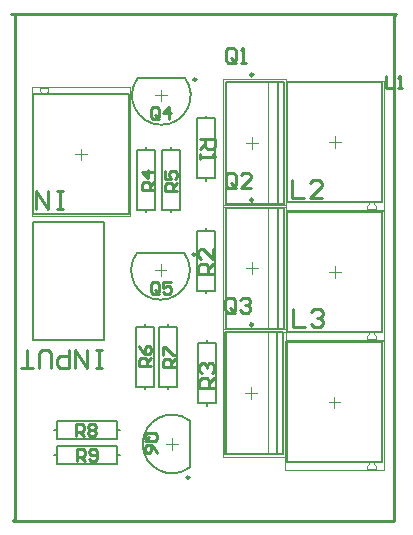
<source format=gto>
G04*
G04 #@! TF.GenerationSoftware,Altium Limited,Altium Designer,19.0.15 (446)*
G04*
G04 Layer_Color=65535*
%FSLAX44Y44*%
%MOMM*%
G71*
G01*
G75*
%ADD10C,0.2500*%
%ADD11C,0.2000*%
%ADD12C,0.2540*%
%ADD13C,0.1000*%
%ADD14C,0.0500*%
D10*
X349850Y286500D02*
G03*
X349850Y286500I-1250J0D01*
G01*
X350550Y434612D02*
G03*
X350550Y434612I-1250J0D01*
G01*
X344750Y97700D02*
G03*
X344750Y97700I-1250J0D01*
G01*
X398730Y438604D02*
G03*
X398730Y438604I-1250J0D01*
G01*
Y332686D02*
G03*
X398730Y332686I-1250J0D01*
G01*
X398476Y227022D02*
G03*
X398476Y227022I-1250J0D01*
G01*
D11*
X300500Y288000D02*
G03*
X340100Y288000I19800J-15000D01*
G01*
X301200Y436112D02*
G03*
X340800Y436112I19800J-15000D01*
G01*
X345000Y145800D02*
G03*
X345000Y106200I-15000J-19800D01*
G01*
X293397Y320313D02*
Y421912D01*
X212399Y320313D02*
Y421913D01*
X293398D01*
X212399Y320313D02*
X293397D01*
X359460Y211490D02*
Y213776D01*
Y158404D02*
Y160690D01*
Y211490D02*
X367080D01*
Y160690D02*
Y211490D01*
X351840Y160690D02*
X367080D01*
X351840D02*
Y211490D01*
X359460D01*
X427231Y220584D02*
Y322183D01*
X508230Y220583D02*
Y322183D01*
X427230Y220583D02*
X508230D01*
X427231Y322183D02*
X508230D01*
X427086Y110348D02*
Y211947D01*
X508085Y110347D02*
Y211947D01*
X427085Y110347D02*
X508085D01*
X427086Y211947D02*
X508085D01*
X427231Y330712D02*
Y432311D01*
X508230Y330711D02*
Y432311D01*
X427230Y330711D02*
X508230D01*
X427231Y432311D02*
X508230D01*
X300500Y288000D02*
X340100D01*
X307000Y174600D02*
X314620D01*
Y225400D01*
X299380D02*
X314620D01*
X299380Y174600D02*
Y225400D01*
Y174600D02*
X307000D01*
Y225400D02*
Y227686D01*
Y172314D02*
Y174600D01*
X212500Y314112D02*
X272500D01*
X212500Y214112D02*
Y314112D01*
Y214112D02*
X272500D01*
Y314112D01*
X327000Y225400D02*
Y227686D01*
Y172314D02*
Y174600D01*
Y225400D02*
X334620D01*
Y174600D02*
Y225400D01*
X319380Y174600D02*
X334620D01*
X319380D02*
Y225400D01*
X327000D01*
X308300Y322214D02*
Y324500D01*
Y375300D02*
Y377586D01*
X300680Y324500D02*
X308300D01*
X300680D02*
Y375300D01*
X315920D01*
Y324500D02*
Y375300D01*
X308300Y324500D02*
X315920D01*
X301200Y436112D02*
X340800D01*
X230314Y138000D02*
X232600D01*
X283400D02*
X285686D01*
X232600D02*
Y145620D01*
X283400D01*
Y130380D02*
Y145620D01*
X232600Y130380D02*
X283400D01*
X232600D02*
Y138000D01*
X345000Y106200D02*
Y145800D01*
X329000Y375300D02*
Y377586D01*
Y322214D02*
Y324500D01*
Y375300D02*
X336620D01*
Y324500D02*
Y375300D01*
X321380Y324500D02*
X336620D01*
X321380D02*
Y375300D01*
X329000D01*
X283400Y117000D02*
X285686D01*
X230314D02*
X232600D01*
X283400Y109380D02*
Y117000D01*
X232600Y109380D02*
X283400D01*
X232600D02*
Y124620D01*
X283400D01*
Y117000D02*
Y124620D01*
X359206Y306740D02*
Y309026D01*
Y253654D02*
Y255940D01*
Y306740D02*
X366826D01*
Y255940D02*
Y306740D01*
X351586Y255940D02*
X366826D01*
X351586D02*
Y306740D01*
X359206D01*
Y401736D02*
Y404022D01*
Y348650D02*
Y350936D01*
Y401736D02*
X366826D01*
Y350936D02*
Y401736D01*
X351586Y350936D02*
X366826D01*
X351586D02*
Y401736D01*
X359206D01*
X419430Y329104D02*
Y432104D01*
X424430Y329104D02*
Y432104D01*
X375430Y329104D02*
Y432104D01*
Y329104D02*
X424430D01*
X375430Y432104D02*
X424430D01*
X419430Y223186D02*
Y326186D01*
X424430Y223186D02*
Y326186D01*
X375430Y223186D02*
Y326186D01*
Y223186D02*
X424430D01*
X375430Y326186D02*
X424430D01*
X419176Y117522D02*
Y220522D01*
X424176Y117522D02*
Y220522D01*
X375176Y117522D02*
Y220522D01*
Y117522D02*
X424176D01*
X375176Y220522D02*
X424176D01*
D12*
X238000Y324765D02*
X232922D01*
X235461D01*
Y340000D01*
X238000D01*
X232922D01*
X225304D02*
Y324765D01*
X215147Y340000D01*
Y324765D01*
X432278Y240137D02*
Y224902D01*
X442435D01*
X447513Y237598D02*
X450052Y240137D01*
X455131D01*
X457670Y237598D01*
Y235059D01*
X455131Y232520D01*
X452591D01*
X455131D01*
X457670Y229980D01*
Y227441D01*
X455131Y224902D01*
X450052D01*
X447513Y227441D01*
X431516Y349865D02*
Y334630D01*
X441673D01*
X456908D02*
X446751D01*
X456908Y344787D01*
Y347326D01*
X454369Y349865D01*
X449290D01*
X446751Y347326D01*
X318771Y254693D02*
Y261464D01*
X317078Y263157D01*
X313693D01*
X312000Y261464D01*
Y254693D01*
X313693Y253000D01*
X317078D01*
X315386Y256386D02*
X318771Y253000D01*
X317078D02*
X318771Y254693D01*
X328928Y263157D02*
X322157D01*
Y258078D01*
X325542Y259771D01*
X327235D01*
X328928Y258078D01*
Y254693D01*
X327235Y253000D01*
X323849D01*
X322157Y254693D01*
X312334Y191872D02*
X302177D01*
Y196950D01*
X303870Y198643D01*
X307256D01*
X308948Y196950D01*
Y191872D01*
Y195258D02*
X312334Y198643D01*
X302177Y208800D02*
X303870Y205414D01*
X307256Y202029D01*
X310641D01*
X312334Y203722D01*
Y207107D01*
X310641Y208800D01*
X308948D01*
X307256Y207107D01*
Y202029D01*
X270909Y190330D02*
X265831D01*
X268370D01*
Y205565D01*
X270909D01*
X265831D01*
X258213D02*
Y190330D01*
X248056Y205565D01*
Y190330D01*
X242978Y205565D02*
Y190330D01*
X235361D01*
X232821Y192869D01*
Y197948D01*
X235361Y200487D01*
X242978D01*
X227743Y190330D02*
Y203026D01*
X225204Y205565D01*
X220125D01*
X217586Y203026D01*
Y190330D01*
X212508D02*
X202351D01*
X207430D01*
Y205565D01*
X332323Y191508D02*
X322167D01*
Y196586D01*
X323859Y198279D01*
X327245D01*
X328938Y196586D01*
Y191508D01*
Y194893D02*
X332323Y198279D01*
X322167Y201665D02*
Y208436D01*
X323859D01*
X330630Y201665D01*
X332323D01*
X249508Y111385D02*
Y121541D01*
X254586D01*
X256279Y119849D01*
Y116463D01*
X254586Y114770D01*
X249508D01*
X252894D02*
X256279Y111385D01*
X259665Y113077D02*
X261357Y111385D01*
X264743D01*
X266436Y113077D01*
Y119849D01*
X264743Y121541D01*
X261357D01*
X259665Y119849D01*
Y118156D01*
X261357Y116463D01*
X266436D01*
X333826Y340502D02*
X323669D01*
Y345580D01*
X325362Y347273D01*
X328748D01*
X330440Y345580D01*
Y340502D01*
Y343888D02*
X333826Y347273D01*
X323669Y357430D02*
Y350659D01*
X328748D01*
X327055Y354044D01*
Y355737D01*
X328748Y357430D01*
X332133D01*
X333826Y355737D01*
Y352351D01*
X332133Y350659D01*
X248746Y133160D02*
Y143317D01*
X253824D01*
X255517Y141624D01*
Y138238D01*
X253824Y136546D01*
X248746D01*
X252132D02*
X255517Y133160D01*
X258903Y141624D02*
X260595Y143317D01*
X263981D01*
X265674Y141624D01*
Y139931D01*
X263981Y138238D01*
X265674Y136546D01*
Y134853D01*
X263981Y133160D01*
X260595D01*
X258903Y134853D01*
Y136546D01*
X260595Y138238D01*
X258903Y139931D01*
Y141624D01*
X260595Y138238D02*
X263981D01*
X314396Y341010D02*
X304239D01*
Y346088D01*
X305932Y347781D01*
X309318D01*
X311010Y346088D01*
Y341010D01*
Y344396D02*
X314396Y347781D01*
Y356245D02*
X304239D01*
X309318Y351167D01*
Y357938D01*
X308528Y128210D02*
X315299D01*
X316992Y129903D01*
Y133288D01*
X315299Y134981D01*
X308528D01*
X306835Y133288D01*
Y129903D01*
X310220Y131595D02*
X306835Y128210D01*
Y129903D02*
X308528Y128210D01*
X316992Y118053D02*
X315299Y121439D01*
X311913Y124824D01*
X308528D01*
X306835Y123132D01*
Y119746D01*
X308528Y118053D01*
X310220D01*
X311913Y119746D01*
Y124824D01*
X318771Y402693D02*
Y409464D01*
X317078Y411157D01*
X313693D01*
X312000Y409464D01*
Y402693D01*
X313693Y401000D01*
X317078D01*
X315386Y404386D02*
X318771Y401000D01*
X317078D02*
X318771Y402693D01*
X327235Y401000D02*
Y411157D01*
X322157Y406078D01*
X328928D01*
X365810Y173390D02*
X353114D01*
Y179738D01*
X355230Y181854D01*
X359462D01*
X361578Y179738D01*
Y173390D01*
Y177622D02*
X365810Y181854D01*
X355230Y186086D02*
X353114Y188202D01*
Y192434D01*
X355230Y194550D01*
X357346D01*
X359462Y192434D01*
Y190318D01*
Y192434D01*
X361578Y194550D01*
X363694D01*
X365810Y192434D01*
Y188202D01*
X363694Y186086D01*
X365048Y270164D02*
X352352D01*
Y276512D01*
X354468Y278628D01*
X358700D01*
X360816Y276512D01*
Y270164D01*
Y274396D02*
X365048Y278628D01*
Y291324D02*
Y282860D01*
X356584Y291324D01*
X354468D01*
X352352Y289208D01*
Y284976D01*
X354468Y282860D01*
X353872Y384210D02*
X366568D01*
Y377862D01*
X364452Y375746D01*
X360220D01*
X358104Y377862D01*
Y384210D01*
Y379978D02*
X353872Y375746D01*
Y371514D02*
Y367282D01*
Y369398D01*
X366568D01*
X364452Y371514D01*
X383592Y239245D02*
Y247708D01*
X381476Y249825D01*
X377244D01*
X375128Y247708D01*
Y239245D01*
X377244Y237129D01*
X381476D01*
X379360Y241361D02*
X383592Y237129D01*
X381476D02*
X383592Y239245D01*
X387824Y247708D02*
X389940Y249825D01*
X394172D01*
X396288Y247708D01*
Y245593D01*
X394172Y243477D01*
X392056D01*
X394172D01*
X396288Y241361D01*
Y239245D01*
X394172Y237129D01*
X389940D01*
X387824Y239245D01*
X383846Y450842D02*
Y459306D01*
X381730Y461422D01*
X377498D01*
X375382Y459306D01*
Y450842D01*
X377498Y448726D01*
X381730D01*
X379614Y452958D02*
X383846Y448726D01*
X381730D02*
X383846Y450842D01*
X388078Y448726D02*
X392310D01*
X390194D01*
Y461422D01*
X388078Y459306D01*
X383846Y344947D02*
Y353411D01*
X381730Y355527D01*
X377498D01*
X375382Y353411D01*
Y344947D01*
X377498Y342831D01*
X381730D01*
X379614Y347063D02*
X383846Y342831D01*
X381730D02*
X383846Y344947D01*
X396542Y342831D02*
X388078D01*
X396542Y351295D01*
Y353411D01*
X394426Y355527D01*
X390194D01*
X388078Y353411D01*
X511359Y437260D02*
Y427103D01*
X518130D01*
X521516D02*
X524901D01*
X523208D01*
Y437260D01*
X521516Y435567D01*
X197000Y63000D02*
Y490000D01*
X195000Y61000D02*
X197000Y63000D01*
X195000Y61000D02*
X518000D01*
Y488000D01*
X520000Y490000D01*
X194000D02*
X520000D01*
D13*
X300500Y288000D02*
G03*
X340100Y288000I19800J-15000D01*
G01*
X301200Y436112D02*
G03*
X340800Y436112I19800J-15000D01*
G01*
X345000Y145800D02*
G03*
X345000Y106200I-15000J-19800D01*
G01*
X218130Y424982D02*
X219629Y423200D01*
Y421913D02*
Y423200D01*
X218130Y424984D02*
Y427612D01*
X293398Y320313D02*
Y421913D01*
X212399Y320313D02*
Y421913D01*
X293398D01*
X212399Y320313D02*
X293398D01*
X218130Y427612D02*
X225267D01*
X225268Y427611D01*
Y424984D02*
Y427613D01*
X223768Y421913D02*
Y423200D01*
X225270Y424982D01*
X501000Y219297D02*
X502499Y217514D01*
X501000Y219297D02*
Y220583D01*
X502499Y214884D02*
Y217512D01*
X427230Y220583D02*
Y322183D01*
X508230Y220583D02*
Y322183D01*
X427230Y220583D02*
X508230D01*
X427230Y322183D02*
X508230D01*
X495362Y214884D02*
X502499D01*
X495361Y214885D02*
X495362Y214884D01*
X495361Y214883D02*
Y217513D01*
X496861Y219297D02*
Y220583D01*
X495359Y217514D02*
X496861Y219297D01*
X500855Y109061D02*
X502354Y107278D01*
X500855Y109061D02*
Y110347D01*
X502354Y104648D02*
Y107276D01*
X427085Y110347D02*
Y211947D01*
X508085Y110347D02*
Y211947D01*
X427085Y110347D02*
X508085D01*
X427085Y211947D02*
X508085D01*
X495217Y104648D02*
X502354D01*
X495216Y104649D02*
X495217Y104648D01*
X495216Y104647D02*
Y107277D01*
X496716Y109061D02*
Y110347D01*
X495214Y107278D02*
X496716Y109061D01*
X501000Y329425D02*
X502499Y327642D01*
X501000Y329425D02*
Y330711D01*
X502499Y325012D02*
Y327640D01*
X427230Y330711D02*
Y432311D01*
X508230Y330711D02*
Y432311D01*
X427230Y330711D02*
X508230D01*
X427230Y432311D02*
X508230D01*
X495362Y325012D02*
X502499D01*
X495361Y325013D02*
X495362Y325012D01*
X495361Y325011D02*
Y327640D01*
X496861Y329425D02*
Y330711D01*
X495359Y327642D02*
X496861Y329425D01*
X300500Y288000D02*
X340100D01*
X301200Y436112D02*
X340800D01*
X345000Y106200D02*
Y145800D01*
X411680Y329104D02*
Y432104D01*
X375680Y329104D02*
X424180D01*
X375680Y432104D02*
X424180D01*
Y329104D02*
Y432104D01*
X375680Y329104D02*
Y432104D01*
X411680Y223186D02*
Y326186D01*
X375680Y223186D02*
X424180D01*
X375680Y326186D02*
X424180D01*
Y223186D02*
Y326186D01*
X375680Y223186D02*
Y326186D01*
X411426Y117522D02*
Y220522D01*
X375426Y117522D02*
X423926D01*
X375426Y220522D02*
X423926D01*
Y117522D02*
Y220522D01*
X375426Y117522D02*
Y220522D01*
X252900Y366112D02*
Y376112D01*
X247900Y371112D02*
X257900D01*
X467729Y266384D02*
Y276384D01*
X462729Y271384D02*
X472729D01*
X467584Y156148D02*
Y166148D01*
X462584Y161148D02*
X472584D01*
X467729Y376512D02*
Y386512D01*
X462729Y381512D02*
X472729D01*
X320300Y268000D02*
Y278000D01*
X315300Y273000D02*
X325300D01*
X316000Y421112D02*
X326000D01*
X321000Y416112D02*
Y426112D01*
X330000Y121000D02*
Y131000D01*
X325000Y126000D02*
X335000D01*
X397480Y375604D02*
Y385604D01*
X392480Y380604D02*
X402480D01*
X397480Y269686D02*
Y279686D01*
X392480Y274686D02*
X402480D01*
X397226Y164022D02*
Y174022D01*
X392226Y169022D02*
X402226D01*
D14*
X211400Y319313D02*
X294400D01*
X294399D02*
Y428611D01*
X211400Y319313D02*
Y428611D01*
X294399D01*
X426229Y323183D02*
X509230D01*
X426230Y213885D02*
Y323183D01*
X509230Y213885D02*
Y323183D01*
X426230Y213885D02*
X509230D01*
X426085Y212947D02*
X509085D01*
X426085Y103649D02*
Y212947D01*
X509085Y103649D02*
Y212947D01*
X426085Y103649D02*
X509085D01*
X426229Y433311D02*
X509230D01*
X426230Y324013D02*
Y433311D01*
X509230Y324013D02*
Y433311D01*
X426230Y324013D02*
X509230D01*
X373180Y326604D02*
X426680D01*
X373180Y434604D02*
X426680D01*
Y326604D02*
Y434604D01*
X373180Y326604D02*
Y434604D01*
Y220686D02*
X426680D01*
X373180Y328686D02*
X426680D01*
Y220686D02*
Y328686D01*
X373180Y220686D02*
Y328686D01*
X372926Y115022D02*
X426426D01*
X372926Y223022D02*
X426426D01*
Y115022D02*
Y223022D01*
X372926Y115022D02*
Y223022D01*
M02*

</source>
